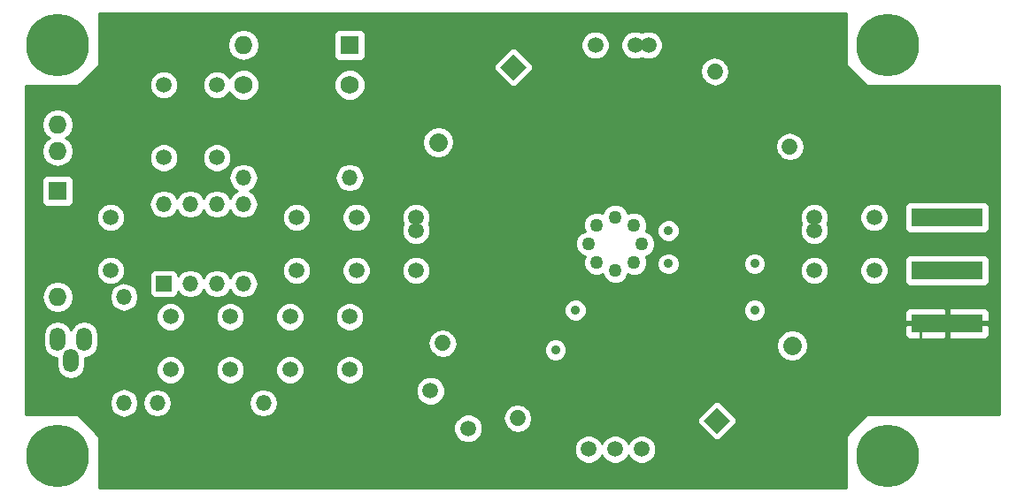
<source format=gtl>
G04 (created by PCBNEW (22-Jun-2014 BZR 4027)-stable) date Wed 13 Dec 2017 11:48:00 PM CST*
%MOIN*%
G04 Gerber Fmt 3.4, Leading zero omitted, Abs format*
%FSLAX34Y34*%
G01*
G70*
G90*
G04 APERTURE LIST*
%ADD10C,0.00590551*%
%ADD11O,0.059X0.0885*%
%ADD12O,0.059X0.059*%
%ADD13C,0.059*%
%ADD14R,0.069X0.069*%
%ADD15O,0.069X0.069*%
%ADD16C,0.069*%
%ADD17C,0.059*%
%ADD18C,0.05*%
%ADD19R,0.059X0.059*%
%ADD20R,0.269X0.069*%
%ADD21C,0.23622*%
%ADD22O,0.032X0.032*%
%ADD23C,0.032*%
%ADD24C,0.069*%
%ADD25C,0.035*%
%ADD26C,0.01*%
G04 APERTURE END LIST*
G54D10*
G54D11*
X81500Y-55602D03*
X81000Y-56397D03*
X80500Y-55602D03*
G54D12*
X83000Y-54000D03*
X83000Y-58000D03*
X88250Y-58000D03*
X84250Y-58000D03*
G54D13*
X95000Y-55750D02*
X95000Y-55750D01*
X97828Y-58578D02*
X97828Y-58578D01*
X105250Y-45500D02*
X105250Y-45500D01*
X108078Y-48328D02*
X108078Y-48328D01*
G54D12*
X87500Y-49500D03*
X91500Y-49500D03*
G54D14*
X80500Y-50000D03*
G54D15*
X80500Y-54000D03*
G54D10*
G36*
X105335Y-58176D02*
X105823Y-58664D01*
X105335Y-59152D01*
X104847Y-58664D01*
X105335Y-58176D01*
X105335Y-58176D01*
G37*
G54D16*
X108164Y-55835D02*
X108164Y-55835D01*
G54D10*
G36*
X97664Y-45823D02*
X97176Y-45335D01*
X97664Y-44847D01*
X98152Y-45335D01*
X97664Y-45823D01*
X97664Y-45823D01*
G37*
G54D16*
X94835Y-48164D02*
X94835Y-48164D01*
G54D14*
X91500Y-44500D03*
G54D15*
X87500Y-44500D03*
G54D17*
X87000Y-54750D03*
X87000Y-56750D03*
X91500Y-56750D03*
X91500Y-54750D03*
X82500Y-51000D03*
X82500Y-53000D03*
X111250Y-51000D03*
X111250Y-53000D03*
X84750Y-56750D03*
X84750Y-54750D03*
X84500Y-48750D03*
X86500Y-48750D03*
X95957Y-58957D03*
X94542Y-57542D03*
X89500Y-51000D03*
X89500Y-53000D03*
X91750Y-51000D03*
X91750Y-53000D03*
X89250Y-54750D03*
X89250Y-56750D03*
G54D18*
X101500Y-51000D03*
X102500Y-52000D03*
X102200Y-52700D03*
X102200Y-51300D03*
X101500Y-53000D03*
X100800Y-52700D03*
X100500Y-52000D03*
X100800Y-51300D03*
G54D19*
X84500Y-53500D03*
G54D12*
X85500Y-53500D03*
X86500Y-53500D03*
X87500Y-53500D03*
X87500Y-50500D03*
X86500Y-50500D03*
X84500Y-50500D03*
X85500Y-50500D03*
G54D20*
X114000Y-51000D03*
X114000Y-53000D03*
G54D15*
X80500Y-47500D03*
X80500Y-48500D03*
G54D21*
X80500Y-44500D03*
X111750Y-44500D03*
X111750Y-60000D03*
X80500Y-60000D03*
G54D22*
X100250Y-43500D03*
X101750Y-61000D03*
X79500Y-50000D03*
X80250Y-46250D03*
X81000Y-46250D03*
X79500Y-46250D03*
X82250Y-43500D03*
X82250Y-44250D03*
X82250Y-45000D03*
X81750Y-46250D03*
X82250Y-45750D03*
X110000Y-43500D03*
X110000Y-44250D03*
X110000Y-45000D03*
X110000Y-45750D03*
X111250Y-46250D03*
X110500Y-46250D03*
X115750Y-46250D03*
X115000Y-46250D03*
X114250Y-46250D03*
X113500Y-46250D03*
X112750Y-46250D03*
X112000Y-46250D03*
X115750Y-58250D03*
X115000Y-58250D03*
X114250Y-58250D03*
X113500Y-58250D03*
X112750Y-58250D03*
X112000Y-58250D03*
X111250Y-58250D03*
X110000Y-61000D03*
X110000Y-60250D03*
X110000Y-59500D03*
X110000Y-58750D03*
X110500Y-58250D03*
X79500Y-58250D03*
X80250Y-58250D03*
X81000Y-58250D03*
X81750Y-58250D03*
X82250Y-61000D03*
X82250Y-60250D03*
X82250Y-59500D03*
X82250Y-58750D03*
X79500Y-57500D03*
X79500Y-56750D03*
X79500Y-56000D03*
X79500Y-55250D03*
X79500Y-54500D03*
X79500Y-53750D03*
X79500Y-47000D03*
X79500Y-47750D03*
X79500Y-48500D03*
X79500Y-49250D03*
X79500Y-50750D03*
X79500Y-51500D03*
X79500Y-53000D03*
X79500Y-52250D03*
X115750Y-47000D03*
X115750Y-47750D03*
X115750Y-48500D03*
X115750Y-49250D03*
X115750Y-50000D03*
X115750Y-50750D03*
X115750Y-51500D03*
X115750Y-52250D03*
X115750Y-53000D03*
X115750Y-53750D03*
X115750Y-54500D03*
X115750Y-55250D03*
X115750Y-56000D03*
X115750Y-56750D03*
X115750Y-57500D03*
X109250Y-43500D03*
X108500Y-43500D03*
X107750Y-43500D03*
X107000Y-43500D03*
X106250Y-43500D03*
X105500Y-43500D03*
X104750Y-43500D03*
X104000Y-43500D03*
X103250Y-43500D03*
X102500Y-43500D03*
X101750Y-43500D03*
X101000Y-43500D03*
X99500Y-43500D03*
X98750Y-43500D03*
X98000Y-43500D03*
X97250Y-43500D03*
X96500Y-43500D03*
X95750Y-43500D03*
X95000Y-43500D03*
X94250Y-43500D03*
X93500Y-43500D03*
X92750Y-43500D03*
X92000Y-43500D03*
X91250Y-43500D03*
X90500Y-43500D03*
X89750Y-43500D03*
X89000Y-43500D03*
X88250Y-43500D03*
X87500Y-43500D03*
X86750Y-43500D03*
X86000Y-43500D03*
X85250Y-43500D03*
X84500Y-43500D03*
X83750Y-43500D03*
X83000Y-43500D03*
X83750Y-61000D03*
X83000Y-61000D03*
X84500Y-61000D03*
X85250Y-61000D03*
X86000Y-61000D03*
X86750Y-61000D03*
X87500Y-61000D03*
X88250Y-61000D03*
X89000Y-61000D03*
X89750Y-61000D03*
X90500Y-61000D03*
X91250Y-61000D03*
X92000Y-61000D03*
X92750Y-61000D03*
X93500Y-61000D03*
X94250Y-61000D03*
X95000Y-61000D03*
X95750Y-61000D03*
X96500Y-61000D03*
X97250Y-61000D03*
X98000Y-61000D03*
X98750Y-61000D03*
X99500Y-61000D03*
X100250Y-61000D03*
X101000Y-61000D03*
X102500Y-61000D03*
X103250Y-61000D03*
X104000Y-61000D03*
X104750Y-61000D03*
X105500Y-61000D03*
X106250Y-61000D03*
X107000Y-61000D03*
X107750Y-61000D03*
X108500Y-61000D03*
G54D20*
X114000Y-55000D03*
G54D23*
X113000Y-56250D03*
G54D22*
X109250Y-61000D03*
G54D24*
X87500Y-46000D03*
X91500Y-46000D03*
G54D17*
X86500Y-46000D03*
X84500Y-46000D03*
X102500Y-59750D03*
X100500Y-59750D03*
X101500Y-59750D03*
X102750Y-44500D03*
X100750Y-44500D03*
X102250Y-44500D03*
X109000Y-51000D03*
X109000Y-53000D03*
X109000Y-51500D03*
X94000Y-51000D03*
X94000Y-53000D03*
X94000Y-51500D03*
G54D25*
X103500Y-51500D03*
X103500Y-52750D03*
X99250Y-56000D03*
X100000Y-54500D03*
X106750Y-52750D03*
X106750Y-54500D03*
G54D26*
X113000Y-55000D02*
X113000Y-56250D01*
X100750Y-52750D02*
X100800Y-52700D01*
G54D10*
G36*
X115950Y-58450D02*
X115595Y-58450D01*
X115595Y-55394D01*
X115595Y-54605D01*
X115595Y-53295D01*
X115595Y-52605D01*
X115595Y-51295D01*
X115595Y-50605D01*
X115557Y-50513D01*
X115486Y-50443D01*
X115394Y-50405D01*
X115295Y-50404D01*
X112605Y-50404D01*
X112513Y-50442D01*
X112443Y-50513D01*
X112405Y-50605D01*
X112404Y-50704D01*
X112404Y-51394D01*
X112442Y-51486D01*
X112513Y-51556D01*
X112605Y-51594D01*
X112704Y-51595D01*
X115394Y-51595D01*
X115486Y-51557D01*
X115556Y-51486D01*
X115594Y-51394D01*
X115595Y-51295D01*
X115595Y-52605D01*
X115557Y-52513D01*
X115486Y-52443D01*
X115394Y-52405D01*
X115295Y-52404D01*
X112605Y-52404D01*
X112513Y-52442D01*
X112443Y-52513D01*
X112405Y-52605D01*
X112404Y-52704D01*
X112404Y-53394D01*
X112442Y-53486D01*
X112513Y-53556D01*
X112605Y-53594D01*
X112704Y-53595D01*
X115394Y-53595D01*
X115486Y-53557D01*
X115556Y-53486D01*
X115594Y-53394D01*
X115595Y-53295D01*
X115595Y-54605D01*
X115557Y-54513D01*
X115486Y-54443D01*
X115394Y-54405D01*
X115295Y-54404D01*
X114112Y-54405D01*
X114050Y-54467D01*
X114050Y-54950D01*
X115532Y-54950D01*
X115595Y-54887D01*
X115595Y-54605D01*
X115595Y-55394D01*
X115595Y-55112D01*
X115532Y-55050D01*
X114050Y-55050D01*
X114050Y-55532D01*
X114112Y-55595D01*
X115295Y-55595D01*
X115394Y-55594D01*
X115486Y-55556D01*
X115557Y-55486D01*
X115595Y-55394D01*
X115595Y-58450D01*
X113950Y-58450D01*
X113950Y-55532D01*
X113950Y-55050D01*
X113950Y-54950D01*
X113950Y-54467D01*
X113887Y-54405D01*
X112704Y-54404D01*
X112605Y-54405D01*
X112513Y-54443D01*
X112442Y-54513D01*
X112404Y-54605D01*
X112405Y-54887D01*
X112467Y-54950D01*
X113950Y-54950D01*
X113950Y-55050D01*
X112467Y-55050D01*
X112405Y-55112D01*
X112404Y-55394D01*
X112442Y-55486D01*
X112513Y-55556D01*
X112605Y-55594D01*
X112704Y-55595D01*
X113887Y-55595D01*
X113950Y-55532D01*
X113950Y-58450D01*
X111795Y-58450D01*
X111795Y-52892D01*
X111795Y-50892D01*
X111712Y-50691D01*
X111559Y-50538D01*
X111358Y-50455D01*
X111142Y-50454D01*
X110941Y-50537D01*
X110788Y-50690D01*
X110705Y-50891D01*
X110704Y-51107D01*
X110787Y-51308D01*
X110940Y-51461D01*
X111141Y-51544D01*
X111357Y-51545D01*
X111558Y-51462D01*
X111711Y-51309D01*
X111794Y-51108D01*
X111795Y-50892D01*
X111795Y-52892D01*
X111712Y-52691D01*
X111559Y-52538D01*
X111358Y-52455D01*
X111142Y-52454D01*
X110941Y-52537D01*
X110788Y-52690D01*
X110705Y-52891D01*
X110704Y-53107D01*
X110787Y-53308D01*
X110940Y-53461D01*
X111141Y-53544D01*
X111357Y-53545D01*
X111558Y-53462D01*
X111711Y-53309D01*
X111794Y-53108D01*
X111795Y-52892D01*
X111795Y-58450D01*
X110979Y-58450D01*
X110200Y-59229D01*
X110200Y-61200D01*
X109545Y-61200D01*
X109545Y-52892D01*
X109545Y-51392D01*
X109486Y-51249D01*
X109544Y-51108D01*
X109545Y-50892D01*
X109462Y-50691D01*
X109309Y-50538D01*
X109108Y-50455D01*
X108892Y-50454D01*
X108691Y-50537D01*
X108630Y-50598D01*
X108630Y-48335D01*
X108589Y-48127D01*
X108471Y-47950D01*
X108456Y-47935D01*
X108279Y-47817D01*
X108070Y-47775D01*
X107862Y-47817D01*
X107685Y-47935D01*
X107567Y-48112D01*
X107525Y-48320D01*
X107567Y-48529D01*
X107685Y-48706D01*
X107700Y-48721D01*
X107877Y-48839D01*
X108085Y-48880D01*
X108294Y-48839D01*
X108471Y-48721D01*
X108589Y-48544D01*
X108630Y-48335D01*
X108630Y-50598D01*
X108538Y-50690D01*
X108455Y-50891D01*
X108454Y-51107D01*
X108513Y-51250D01*
X108455Y-51391D01*
X108454Y-51607D01*
X108537Y-51808D01*
X108690Y-51961D01*
X108891Y-52044D01*
X109107Y-52045D01*
X109308Y-51962D01*
X109461Y-51809D01*
X109544Y-51608D01*
X109545Y-51392D01*
X109545Y-52892D01*
X109462Y-52691D01*
X109309Y-52538D01*
X109108Y-52455D01*
X108892Y-52454D01*
X108691Y-52537D01*
X108538Y-52690D01*
X108455Y-52891D01*
X108454Y-53107D01*
X108537Y-53308D01*
X108690Y-53461D01*
X108891Y-53544D01*
X109107Y-53545D01*
X109308Y-53462D01*
X109461Y-53309D01*
X109544Y-53108D01*
X109545Y-52892D01*
X109545Y-61200D01*
X108767Y-61200D01*
X108767Y-55827D01*
X108722Y-55599D01*
X108593Y-55406D01*
X108400Y-55277D01*
X108172Y-55232D01*
X107944Y-55277D01*
X107751Y-55406D01*
X107735Y-55423D01*
X107606Y-55616D01*
X107560Y-55844D01*
X107606Y-56071D01*
X107735Y-56264D01*
X107928Y-56393D01*
X108155Y-56439D01*
X108383Y-56393D01*
X108576Y-56264D01*
X108593Y-56248D01*
X108722Y-56055D01*
X108767Y-55827D01*
X108767Y-61200D01*
X107175Y-61200D01*
X107175Y-54415D01*
X107175Y-52665D01*
X107110Y-52509D01*
X106991Y-52389D01*
X106834Y-52325D01*
X106665Y-52324D01*
X106509Y-52389D01*
X106389Y-52508D01*
X106325Y-52665D01*
X106324Y-52834D01*
X106389Y-52990D01*
X106508Y-53110D01*
X106665Y-53174D01*
X106834Y-53175D01*
X106990Y-53110D01*
X107110Y-52991D01*
X107174Y-52834D01*
X107175Y-52665D01*
X107175Y-54415D01*
X107110Y-54259D01*
X106991Y-54139D01*
X106834Y-54075D01*
X106665Y-54074D01*
X106509Y-54139D01*
X106389Y-54258D01*
X106325Y-54415D01*
X106324Y-54584D01*
X106389Y-54740D01*
X106508Y-54860D01*
X106665Y-54924D01*
X106834Y-54925D01*
X106990Y-54860D01*
X107110Y-54741D01*
X107174Y-54584D01*
X107175Y-54415D01*
X107175Y-61200D01*
X106073Y-61200D01*
X106073Y-58614D01*
X106035Y-58522D01*
X105965Y-58452D01*
X105802Y-58289D01*
X105802Y-45507D01*
X105761Y-45298D01*
X105642Y-45122D01*
X105627Y-45107D01*
X105451Y-44988D01*
X105242Y-44947D01*
X105033Y-44988D01*
X104857Y-45107D01*
X104738Y-45283D01*
X104697Y-45492D01*
X104738Y-45701D01*
X104857Y-45877D01*
X104872Y-45892D01*
X105048Y-46011D01*
X105257Y-46052D01*
X105466Y-46011D01*
X105642Y-45892D01*
X105761Y-45716D01*
X105802Y-45507D01*
X105802Y-58289D01*
X105477Y-57964D01*
X105385Y-57926D01*
X105286Y-57926D01*
X105194Y-57964D01*
X105123Y-58034D01*
X104636Y-58522D01*
X104597Y-58614D01*
X104597Y-58713D01*
X104635Y-58805D01*
X104706Y-58876D01*
X105193Y-59363D01*
X105285Y-59402D01*
X105385Y-59402D01*
X105477Y-59364D01*
X105547Y-59293D01*
X106035Y-58806D01*
X106073Y-58714D01*
X106073Y-58614D01*
X106073Y-61200D01*
X103925Y-61200D01*
X103925Y-52665D01*
X103925Y-51415D01*
X103860Y-51259D01*
X103741Y-51139D01*
X103584Y-51075D01*
X103415Y-51074D01*
X103295Y-51124D01*
X103295Y-44392D01*
X103212Y-44191D01*
X103059Y-44038D01*
X102858Y-43955D01*
X102642Y-43954D01*
X102499Y-44013D01*
X102358Y-43955D01*
X102142Y-43954D01*
X101941Y-44037D01*
X101788Y-44190D01*
X101705Y-44391D01*
X101704Y-44607D01*
X101787Y-44808D01*
X101940Y-44961D01*
X102141Y-45044D01*
X102357Y-45045D01*
X102500Y-44986D01*
X102641Y-45044D01*
X102857Y-45045D01*
X103058Y-44962D01*
X103211Y-44809D01*
X103294Y-44608D01*
X103295Y-44392D01*
X103295Y-51124D01*
X103259Y-51139D01*
X103139Y-51258D01*
X103075Y-51415D01*
X103074Y-51584D01*
X103139Y-51740D01*
X103258Y-51860D01*
X103415Y-51924D01*
X103584Y-51925D01*
X103740Y-51860D01*
X103860Y-51741D01*
X103924Y-51584D01*
X103925Y-51415D01*
X103925Y-52665D01*
X103860Y-52509D01*
X103741Y-52389D01*
X103584Y-52325D01*
X103415Y-52324D01*
X103259Y-52389D01*
X103139Y-52508D01*
X103075Y-52665D01*
X103074Y-52834D01*
X103139Y-52990D01*
X103258Y-53110D01*
X103415Y-53174D01*
X103584Y-53175D01*
X103740Y-53110D01*
X103860Y-52991D01*
X103924Y-52834D01*
X103925Y-52665D01*
X103925Y-61200D01*
X103045Y-61200D01*
X103045Y-59642D01*
X103000Y-59533D01*
X103000Y-51900D01*
X102924Y-51717D01*
X102783Y-51576D01*
X102649Y-51520D01*
X102699Y-51399D01*
X102700Y-51200D01*
X102624Y-51017D01*
X102483Y-50876D01*
X102299Y-50800D01*
X102100Y-50799D01*
X101979Y-50850D01*
X101924Y-50717D01*
X101783Y-50576D01*
X101599Y-50500D01*
X101400Y-50499D01*
X101295Y-50543D01*
X101295Y-44392D01*
X101212Y-44191D01*
X101059Y-44038D01*
X100858Y-43955D01*
X100642Y-43954D01*
X100441Y-44037D01*
X100288Y-44190D01*
X100205Y-44391D01*
X100204Y-44607D01*
X100287Y-44808D01*
X100440Y-44961D01*
X100641Y-45044D01*
X100857Y-45045D01*
X101058Y-44962D01*
X101211Y-44809D01*
X101294Y-44608D01*
X101295Y-44392D01*
X101295Y-50543D01*
X101217Y-50575D01*
X101076Y-50716D01*
X101020Y-50850D01*
X100899Y-50800D01*
X100700Y-50799D01*
X100517Y-50875D01*
X100376Y-51016D01*
X100300Y-51200D01*
X100299Y-51399D01*
X100350Y-51520D01*
X100217Y-51575D01*
X100076Y-51716D01*
X100000Y-51900D01*
X99999Y-52099D01*
X100075Y-52282D01*
X100216Y-52423D01*
X100350Y-52479D01*
X100300Y-52600D01*
X100299Y-52799D01*
X100375Y-52982D01*
X100516Y-53123D01*
X100700Y-53199D01*
X100899Y-53200D01*
X101020Y-53149D01*
X101075Y-53282D01*
X101216Y-53423D01*
X101400Y-53499D01*
X101599Y-53500D01*
X101782Y-53424D01*
X101923Y-53283D01*
X101979Y-53149D01*
X102100Y-53199D01*
X102299Y-53200D01*
X102482Y-53124D01*
X102623Y-52983D01*
X102699Y-52799D01*
X102700Y-52600D01*
X102649Y-52479D01*
X102782Y-52424D01*
X102923Y-52283D01*
X102999Y-52099D01*
X103000Y-51900D01*
X103000Y-59533D01*
X102962Y-59441D01*
X102809Y-59288D01*
X102608Y-59205D01*
X102392Y-59204D01*
X102191Y-59287D01*
X102038Y-59440D01*
X102000Y-59532D01*
X101962Y-59441D01*
X101809Y-59288D01*
X101608Y-59205D01*
X101392Y-59204D01*
X101191Y-59287D01*
X101038Y-59440D01*
X101000Y-59532D01*
X100962Y-59441D01*
X100809Y-59288D01*
X100608Y-59205D01*
X100425Y-59204D01*
X100425Y-54415D01*
X100360Y-54259D01*
X100241Y-54139D01*
X100084Y-54075D01*
X99915Y-54074D01*
X99759Y-54139D01*
X99639Y-54258D01*
X99575Y-54415D01*
X99574Y-54584D01*
X99639Y-54740D01*
X99758Y-54860D01*
X99915Y-54924D01*
X100084Y-54925D01*
X100240Y-54860D01*
X100360Y-54741D01*
X100424Y-54584D01*
X100425Y-54415D01*
X100425Y-59204D01*
X100392Y-59204D01*
X100191Y-59287D01*
X100038Y-59440D01*
X99955Y-59641D01*
X99954Y-59857D01*
X100037Y-60058D01*
X100190Y-60211D01*
X100391Y-60294D01*
X100607Y-60295D01*
X100808Y-60212D01*
X100961Y-60059D01*
X100999Y-59967D01*
X101037Y-60058D01*
X101190Y-60211D01*
X101391Y-60294D01*
X101607Y-60295D01*
X101808Y-60212D01*
X101961Y-60059D01*
X101999Y-59967D01*
X102037Y-60058D01*
X102190Y-60211D01*
X102391Y-60294D01*
X102607Y-60295D01*
X102808Y-60212D01*
X102961Y-60059D01*
X103044Y-59858D01*
X103045Y-59642D01*
X103045Y-61200D01*
X99675Y-61200D01*
X99675Y-55915D01*
X99610Y-55759D01*
X99491Y-55639D01*
X99334Y-55575D01*
X99165Y-55574D01*
X99009Y-55639D01*
X98889Y-55758D01*
X98825Y-55915D01*
X98824Y-56084D01*
X98889Y-56240D01*
X99008Y-56360D01*
X99165Y-56424D01*
X99334Y-56425D01*
X99490Y-56360D01*
X99610Y-56241D01*
X99674Y-56084D01*
X99675Y-55915D01*
X99675Y-61200D01*
X98402Y-61200D01*
X98402Y-45286D01*
X98364Y-45194D01*
X98293Y-45123D01*
X97806Y-44636D01*
X97714Y-44597D01*
X97614Y-44597D01*
X97522Y-44635D01*
X97452Y-44706D01*
X96964Y-45193D01*
X96926Y-45285D01*
X96926Y-45385D01*
X96964Y-45477D01*
X97034Y-45547D01*
X97522Y-46035D01*
X97614Y-46073D01*
X97713Y-46073D01*
X97805Y-46035D01*
X97876Y-45965D01*
X98363Y-45477D01*
X98402Y-45385D01*
X98402Y-45286D01*
X98402Y-61200D01*
X98380Y-61200D01*
X98380Y-58585D01*
X98339Y-58377D01*
X98221Y-58200D01*
X98206Y-58185D01*
X98029Y-58067D01*
X97820Y-58025D01*
X97612Y-58067D01*
X97435Y-58185D01*
X97317Y-58362D01*
X97275Y-58570D01*
X97317Y-58779D01*
X97435Y-58956D01*
X97450Y-58971D01*
X97627Y-59089D01*
X97835Y-59130D01*
X98044Y-59089D01*
X98221Y-58971D01*
X98339Y-58794D01*
X98380Y-58585D01*
X98380Y-61200D01*
X96502Y-61200D01*
X96502Y-58849D01*
X96419Y-58648D01*
X96266Y-58495D01*
X96065Y-58412D01*
X95849Y-58412D01*
X95648Y-58494D01*
X95552Y-58590D01*
X95552Y-55757D01*
X95511Y-55548D01*
X95439Y-55441D01*
X95439Y-48155D01*
X95393Y-47928D01*
X95264Y-47735D01*
X95071Y-47606D01*
X94844Y-47560D01*
X94616Y-47606D01*
X94423Y-47735D01*
X94406Y-47751D01*
X94277Y-47944D01*
X94232Y-48172D01*
X94277Y-48400D01*
X94406Y-48593D01*
X94599Y-48722D01*
X94827Y-48767D01*
X95055Y-48722D01*
X95248Y-48593D01*
X95264Y-48576D01*
X95393Y-48383D01*
X95439Y-48155D01*
X95439Y-55441D01*
X95392Y-55372D01*
X95377Y-55357D01*
X95201Y-55238D01*
X94992Y-55197D01*
X94783Y-55238D01*
X94607Y-55357D01*
X94545Y-55449D01*
X94545Y-52892D01*
X94545Y-51392D01*
X94486Y-51249D01*
X94544Y-51108D01*
X94545Y-50892D01*
X94462Y-50691D01*
X94309Y-50538D01*
X94108Y-50455D01*
X93892Y-50454D01*
X93691Y-50537D01*
X93538Y-50690D01*
X93455Y-50891D01*
X93454Y-51107D01*
X93513Y-51250D01*
X93455Y-51391D01*
X93454Y-51607D01*
X93537Y-51808D01*
X93690Y-51961D01*
X93891Y-52044D01*
X94107Y-52045D01*
X94308Y-51962D01*
X94461Y-51809D01*
X94544Y-51608D01*
X94545Y-51392D01*
X94545Y-52892D01*
X94462Y-52691D01*
X94309Y-52538D01*
X94108Y-52455D01*
X93892Y-52454D01*
X93691Y-52537D01*
X93538Y-52690D01*
X93455Y-52891D01*
X93454Y-53107D01*
X93537Y-53308D01*
X93690Y-53461D01*
X93891Y-53544D01*
X94107Y-53545D01*
X94308Y-53462D01*
X94461Y-53309D01*
X94544Y-53108D01*
X94545Y-52892D01*
X94545Y-55449D01*
X94488Y-55533D01*
X94447Y-55742D01*
X94488Y-55951D01*
X94607Y-56127D01*
X94622Y-56142D01*
X94798Y-56261D01*
X95007Y-56302D01*
X95216Y-56261D01*
X95392Y-56142D01*
X95511Y-55966D01*
X95552Y-55757D01*
X95552Y-58590D01*
X95495Y-58647D01*
X95412Y-58848D01*
X95412Y-59065D01*
X95494Y-59265D01*
X95647Y-59418D01*
X95848Y-59502D01*
X96065Y-59502D01*
X96265Y-59419D01*
X96418Y-59266D01*
X96502Y-59065D01*
X96502Y-58849D01*
X96502Y-61200D01*
X95087Y-61200D01*
X95087Y-57434D01*
X95005Y-57234D01*
X94852Y-57081D01*
X94651Y-56997D01*
X94434Y-56997D01*
X94234Y-57080D01*
X94081Y-57233D01*
X93997Y-57434D01*
X93997Y-57650D01*
X94080Y-57851D01*
X94233Y-58004D01*
X94434Y-58087D01*
X94650Y-58087D01*
X94851Y-58005D01*
X95004Y-57852D01*
X95087Y-57651D01*
X95087Y-57434D01*
X95087Y-61200D01*
X92295Y-61200D01*
X92295Y-52892D01*
X92295Y-50892D01*
X92212Y-50691D01*
X92095Y-50574D01*
X92095Y-45882D01*
X92095Y-45882D01*
X92095Y-44795D01*
X92095Y-44105D01*
X92057Y-44013D01*
X91986Y-43943D01*
X91894Y-43905D01*
X91795Y-43904D01*
X91105Y-43904D01*
X91013Y-43942D01*
X90943Y-44013D01*
X90905Y-44105D01*
X90904Y-44204D01*
X90904Y-44894D01*
X90942Y-44986D01*
X91013Y-45056D01*
X91105Y-45094D01*
X91204Y-45095D01*
X91894Y-45095D01*
X91986Y-45057D01*
X92056Y-44986D01*
X92094Y-44894D01*
X92095Y-44795D01*
X92095Y-45882D01*
X92004Y-45663D01*
X91837Y-45495D01*
X91618Y-45405D01*
X91382Y-45404D01*
X91163Y-45495D01*
X90995Y-45662D01*
X90905Y-45881D01*
X90904Y-46117D01*
X90995Y-46336D01*
X91162Y-46504D01*
X91381Y-46594D01*
X91617Y-46595D01*
X91836Y-46504D01*
X92004Y-46337D01*
X92094Y-46118D01*
X92095Y-45882D01*
X92095Y-50574D01*
X92059Y-50538D01*
X92055Y-50536D01*
X92055Y-49500D01*
X92014Y-49291D01*
X91896Y-49114D01*
X91719Y-48996D01*
X91510Y-48955D01*
X91489Y-48955D01*
X91280Y-48996D01*
X91103Y-49114D01*
X90985Y-49291D01*
X90944Y-49500D01*
X90985Y-49708D01*
X91103Y-49885D01*
X91280Y-50003D01*
X91489Y-50045D01*
X91510Y-50045D01*
X91719Y-50003D01*
X91896Y-49885D01*
X92014Y-49708D01*
X92055Y-49500D01*
X92055Y-50536D01*
X91858Y-50455D01*
X91642Y-50454D01*
X91441Y-50537D01*
X91288Y-50690D01*
X91205Y-50891D01*
X91204Y-51107D01*
X91287Y-51308D01*
X91440Y-51461D01*
X91641Y-51544D01*
X91857Y-51545D01*
X92058Y-51462D01*
X92211Y-51309D01*
X92294Y-51108D01*
X92295Y-50892D01*
X92295Y-52892D01*
X92212Y-52691D01*
X92059Y-52538D01*
X91858Y-52455D01*
X91642Y-52454D01*
X91441Y-52537D01*
X91288Y-52690D01*
X91205Y-52891D01*
X91204Y-53107D01*
X91287Y-53308D01*
X91440Y-53461D01*
X91641Y-53544D01*
X91857Y-53545D01*
X92058Y-53462D01*
X92211Y-53309D01*
X92294Y-53108D01*
X92295Y-52892D01*
X92295Y-61200D01*
X92045Y-61200D01*
X92045Y-56642D01*
X92045Y-54642D01*
X91962Y-54441D01*
X91809Y-54288D01*
X91608Y-54205D01*
X91392Y-54204D01*
X91191Y-54287D01*
X91038Y-54440D01*
X90955Y-54641D01*
X90954Y-54857D01*
X91037Y-55058D01*
X91190Y-55211D01*
X91391Y-55294D01*
X91607Y-55295D01*
X91808Y-55212D01*
X91961Y-55059D01*
X92044Y-54858D01*
X92045Y-54642D01*
X92045Y-56642D01*
X91962Y-56441D01*
X91809Y-56288D01*
X91608Y-56205D01*
X91392Y-56204D01*
X91191Y-56287D01*
X91038Y-56440D01*
X90955Y-56641D01*
X90954Y-56857D01*
X91037Y-57058D01*
X91190Y-57211D01*
X91391Y-57294D01*
X91607Y-57295D01*
X91808Y-57212D01*
X91961Y-57059D01*
X92044Y-56858D01*
X92045Y-56642D01*
X92045Y-61200D01*
X90045Y-61200D01*
X90045Y-52892D01*
X90045Y-50892D01*
X89962Y-50691D01*
X89809Y-50538D01*
X89608Y-50455D01*
X89392Y-50454D01*
X89191Y-50537D01*
X89038Y-50690D01*
X88955Y-50891D01*
X88954Y-51107D01*
X89037Y-51308D01*
X89190Y-51461D01*
X89391Y-51544D01*
X89607Y-51545D01*
X89808Y-51462D01*
X89961Y-51309D01*
X90044Y-51108D01*
X90045Y-50892D01*
X90045Y-52892D01*
X89962Y-52691D01*
X89809Y-52538D01*
X89608Y-52455D01*
X89392Y-52454D01*
X89191Y-52537D01*
X89038Y-52690D01*
X88955Y-52891D01*
X88954Y-53107D01*
X89037Y-53308D01*
X89190Y-53461D01*
X89391Y-53544D01*
X89607Y-53545D01*
X89808Y-53462D01*
X89961Y-53309D01*
X90044Y-53108D01*
X90045Y-52892D01*
X90045Y-61200D01*
X89795Y-61200D01*
X89795Y-56642D01*
X89795Y-54642D01*
X89712Y-54441D01*
X89559Y-54288D01*
X89358Y-54205D01*
X89142Y-54204D01*
X88941Y-54287D01*
X88788Y-54440D01*
X88705Y-54641D01*
X88704Y-54857D01*
X88787Y-55058D01*
X88940Y-55211D01*
X89141Y-55294D01*
X89357Y-55295D01*
X89558Y-55212D01*
X89711Y-55059D01*
X89794Y-54858D01*
X89795Y-54642D01*
X89795Y-56642D01*
X89712Y-56441D01*
X89559Y-56288D01*
X89358Y-56205D01*
X89142Y-56204D01*
X88941Y-56287D01*
X88788Y-56440D01*
X88705Y-56641D01*
X88704Y-56857D01*
X88787Y-57058D01*
X88940Y-57211D01*
X89141Y-57294D01*
X89357Y-57295D01*
X89558Y-57212D01*
X89711Y-57059D01*
X89794Y-56858D01*
X89795Y-56642D01*
X89795Y-61200D01*
X88805Y-61200D01*
X88805Y-58000D01*
X88764Y-57791D01*
X88646Y-57614D01*
X88469Y-57496D01*
X88260Y-57455D01*
X88239Y-57455D01*
X88106Y-57481D01*
X88106Y-44500D01*
X88061Y-44272D01*
X87932Y-44079D01*
X87739Y-43950D01*
X87511Y-43905D01*
X87488Y-43905D01*
X87260Y-43950D01*
X87067Y-44079D01*
X86938Y-44272D01*
X86893Y-44500D01*
X86938Y-44727D01*
X87067Y-44920D01*
X87260Y-45049D01*
X87488Y-45095D01*
X87511Y-45095D01*
X87739Y-45049D01*
X87932Y-44920D01*
X88061Y-44727D01*
X88106Y-44500D01*
X88106Y-57481D01*
X88095Y-57483D01*
X88095Y-45882D01*
X88004Y-45663D01*
X87837Y-45495D01*
X87618Y-45405D01*
X87382Y-45404D01*
X87163Y-45495D01*
X86995Y-45662D01*
X86973Y-45717D01*
X86962Y-45691D01*
X86809Y-45538D01*
X86608Y-45455D01*
X86392Y-45454D01*
X86191Y-45537D01*
X86038Y-45690D01*
X85955Y-45891D01*
X85954Y-46107D01*
X86037Y-46308D01*
X86190Y-46461D01*
X86391Y-46544D01*
X86607Y-46545D01*
X86808Y-46462D01*
X86961Y-46309D01*
X86972Y-46282D01*
X86995Y-46336D01*
X87162Y-46504D01*
X87381Y-46594D01*
X87617Y-46595D01*
X87836Y-46504D01*
X88004Y-46337D01*
X88094Y-46118D01*
X88095Y-45882D01*
X88095Y-57483D01*
X88055Y-57491D01*
X88055Y-53500D01*
X88055Y-50500D01*
X88014Y-50291D01*
X87896Y-50114D01*
X87724Y-50000D01*
X87896Y-49885D01*
X88014Y-49708D01*
X88055Y-49500D01*
X88014Y-49291D01*
X87896Y-49114D01*
X87719Y-48996D01*
X87510Y-48955D01*
X87489Y-48955D01*
X87280Y-48996D01*
X87103Y-49114D01*
X87045Y-49202D01*
X87045Y-48642D01*
X86962Y-48441D01*
X86809Y-48288D01*
X86608Y-48205D01*
X86392Y-48204D01*
X86191Y-48287D01*
X86038Y-48440D01*
X85955Y-48641D01*
X85954Y-48857D01*
X86037Y-49058D01*
X86190Y-49211D01*
X86391Y-49294D01*
X86607Y-49295D01*
X86808Y-49212D01*
X86961Y-49059D01*
X87044Y-48858D01*
X87045Y-48642D01*
X87045Y-49202D01*
X86985Y-49291D01*
X86944Y-49500D01*
X86985Y-49708D01*
X87103Y-49885D01*
X87275Y-50000D01*
X87103Y-50114D01*
X87000Y-50270D01*
X86896Y-50114D01*
X86719Y-49996D01*
X86510Y-49955D01*
X86489Y-49955D01*
X86280Y-49996D01*
X86103Y-50114D01*
X86000Y-50270D01*
X85896Y-50114D01*
X85719Y-49996D01*
X85510Y-49955D01*
X85489Y-49955D01*
X85280Y-49996D01*
X85103Y-50114D01*
X85045Y-50202D01*
X85045Y-48642D01*
X85045Y-45892D01*
X84962Y-45691D01*
X84809Y-45538D01*
X84608Y-45455D01*
X84392Y-45454D01*
X84191Y-45537D01*
X84038Y-45690D01*
X83955Y-45891D01*
X83954Y-46107D01*
X84037Y-46308D01*
X84190Y-46461D01*
X84391Y-46544D01*
X84607Y-46545D01*
X84808Y-46462D01*
X84961Y-46309D01*
X85044Y-46108D01*
X85045Y-45892D01*
X85045Y-48642D01*
X84962Y-48441D01*
X84809Y-48288D01*
X84608Y-48205D01*
X84392Y-48204D01*
X84191Y-48287D01*
X84038Y-48440D01*
X83955Y-48641D01*
X83954Y-48857D01*
X84037Y-49058D01*
X84190Y-49211D01*
X84391Y-49294D01*
X84607Y-49295D01*
X84808Y-49212D01*
X84961Y-49059D01*
X85044Y-48858D01*
X85045Y-48642D01*
X85045Y-50202D01*
X85000Y-50270D01*
X84896Y-50114D01*
X84719Y-49996D01*
X84510Y-49955D01*
X84489Y-49955D01*
X84280Y-49996D01*
X84103Y-50114D01*
X83985Y-50291D01*
X83944Y-50500D01*
X83985Y-50708D01*
X84103Y-50885D01*
X84280Y-51003D01*
X84489Y-51045D01*
X84510Y-51045D01*
X84719Y-51003D01*
X84896Y-50885D01*
X85000Y-50729D01*
X85103Y-50885D01*
X85280Y-51003D01*
X85489Y-51045D01*
X85510Y-51045D01*
X85719Y-51003D01*
X85896Y-50885D01*
X86000Y-50729D01*
X86103Y-50885D01*
X86280Y-51003D01*
X86489Y-51045D01*
X86510Y-51045D01*
X86719Y-51003D01*
X86896Y-50885D01*
X87000Y-50729D01*
X87103Y-50885D01*
X87280Y-51003D01*
X87489Y-51045D01*
X87510Y-51045D01*
X87719Y-51003D01*
X87896Y-50885D01*
X88014Y-50708D01*
X88055Y-50500D01*
X88055Y-53500D01*
X88014Y-53291D01*
X87896Y-53114D01*
X87719Y-52996D01*
X87510Y-52955D01*
X87489Y-52955D01*
X87280Y-52996D01*
X87103Y-53114D01*
X87000Y-53270D01*
X86896Y-53114D01*
X86719Y-52996D01*
X86510Y-52955D01*
X86489Y-52955D01*
X86280Y-52996D01*
X86103Y-53114D01*
X86000Y-53270D01*
X85896Y-53114D01*
X85719Y-52996D01*
X85510Y-52955D01*
X85489Y-52955D01*
X85280Y-52996D01*
X85103Y-53114D01*
X85045Y-53202D01*
X85045Y-53155D01*
X85007Y-53063D01*
X84936Y-52993D01*
X84844Y-52955D01*
X84745Y-52954D01*
X84155Y-52954D01*
X84063Y-52992D01*
X83993Y-53063D01*
X83955Y-53155D01*
X83954Y-53254D01*
X83954Y-53844D01*
X83992Y-53936D01*
X84063Y-54006D01*
X84155Y-54044D01*
X84254Y-54045D01*
X84844Y-54045D01*
X84936Y-54007D01*
X85006Y-53936D01*
X85044Y-53844D01*
X85044Y-53797D01*
X85103Y-53885D01*
X85280Y-54003D01*
X85489Y-54045D01*
X85510Y-54045D01*
X85719Y-54003D01*
X85896Y-53885D01*
X86000Y-53729D01*
X86103Y-53885D01*
X86280Y-54003D01*
X86489Y-54045D01*
X86510Y-54045D01*
X86719Y-54003D01*
X86896Y-53885D01*
X87000Y-53729D01*
X87103Y-53885D01*
X87280Y-54003D01*
X87489Y-54045D01*
X87510Y-54045D01*
X87719Y-54003D01*
X87896Y-53885D01*
X88014Y-53708D01*
X88055Y-53500D01*
X88055Y-57491D01*
X88030Y-57496D01*
X87853Y-57614D01*
X87735Y-57791D01*
X87694Y-58000D01*
X87735Y-58208D01*
X87853Y-58385D01*
X88030Y-58503D01*
X88239Y-58545D01*
X88260Y-58545D01*
X88469Y-58503D01*
X88646Y-58385D01*
X88764Y-58208D01*
X88805Y-58000D01*
X88805Y-61200D01*
X87545Y-61200D01*
X87545Y-56642D01*
X87545Y-54642D01*
X87462Y-54441D01*
X87309Y-54288D01*
X87108Y-54205D01*
X86892Y-54204D01*
X86691Y-54287D01*
X86538Y-54440D01*
X86455Y-54641D01*
X86454Y-54857D01*
X86537Y-55058D01*
X86690Y-55211D01*
X86891Y-55294D01*
X87107Y-55295D01*
X87308Y-55212D01*
X87461Y-55059D01*
X87544Y-54858D01*
X87545Y-54642D01*
X87545Y-56642D01*
X87462Y-56441D01*
X87309Y-56288D01*
X87108Y-56205D01*
X86892Y-56204D01*
X86691Y-56287D01*
X86538Y-56440D01*
X86455Y-56641D01*
X86454Y-56857D01*
X86537Y-57058D01*
X86690Y-57211D01*
X86891Y-57294D01*
X87107Y-57295D01*
X87308Y-57212D01*
X87461Y-57059D01*
X87544Y-56858D01*
X87545Y-56642D01*
X87545Y-61200D01*
X85295Y-61200D01*
X85295Y-56642D01*
X85295Y-54642D01*
X85212Y-54441D01*
X85059Y-54288D01*
X84858Y-54205D01*
X84642Y-54204D01*
X84441Y-54287D01*
X84288Y-54440D01*
X84205Y-54641D01*
X84204Y-54857D01*
X84287Y-55058D01*
X84440Y-55211D01*
X84641Y-55294D01*
X84857Y-55295D01*
X85058Y-55212D01*
X85211Y-55059D01*
X85294Y-54858D01*
X85295Y-54642D01*
X85295Y-56642D01*
X85212Y-56441D01*
X85059Y-56288D01*
X84858Y-56205D01*
X84642Y-56204D01*
X84441Y-56287D01*
X84288Y-56440D01*
X84205Y-56641D01*
X84204Y-56857D01*
X84287Y-57058D01*
X84440Y-57211D01*
X84641Y-57294D01*
X84857Y-57295D01*
X85058Y-57212D01*
X85211Y-57059D01*
X85294Y-56858D01*
X85295Y-56642D01*
X85295Y-61200D01*
X84805Y-61200D01*
X84805Y-58000D01*
X84764Y-57791D01*
X84646Y-57614D01*
X84469Y-57496D01*
X84260Y-57455D01*
X84239Y-57455D01*
X84030Y-57496D01*
X83853Y-57614D01*
X83735Y-57791D01*
X83694Y-58000D01*
X83735Y-58208D01*
X83853Y-58385D01*
X84030Y-58503D01*
X84239Y-58545D01*
X84260Y-58545D01*
X84469Y-58503D01*
X84646Y-58385D01*
X84764Y-58208D01*
X84805Y-58000D01*
X84805Y-61200D01*
X83545Y-61200D01*
X83545Y-58010D01*
X83545Y-57989D01*
X83545Y-54010D01*
X83545Y-53989D01*
X83503Y-53780D01*
X83385Y-53603D01*
X83208Y-53485D01*
X83045Y-53453D01*
X83045Y-52892D01*
X83045Y-50892D01*
X82962Y-50691D01*
X82809Y-50538D01*
X82608Y-50455D01*
X82392Y-50454D01*
X82191Y-50537D01*
X82038Y-50690D01*
X81955Y-50891D01*
X81954Y-51107D01*
X82037Y-51308D01*
X82190Y-51461D01*
X82391Y-51544D01*
X82607Y-51545D01*
X82808Y-51462D01*
X82961Y-51309D01*
X83044Y-51108D01*
X83045Y-50892D01*
X83045Y-52892D01*
X82962Y-52691D01*
X82809Y-52538D01*
X82608Y-52455D01*
X82392Y-52454D01*
X82191Y-52537D01*
X82038Y-52690D01*
X81955Y-52891D01*
X81954Y-53107D01*
X82037Y-53308D01*
X82190Y-53461D01*
X82391Y-53544D01*
X82607Y-53545D01*
X82808Y-53462D01*
X82961Y-53309D01*
X83044Y-53108D01*
X83045Y-52892D01*
X83045Y-53453D01*
X83000Y-53444D01*
X82791Y-53485D01*
X82614Y-53603D01*
X82496Y-53780D01*
X82455Y-53989D01*
X82455Y-54010D01*
X82496Y-54219D01*
X82614Y-54396D01*
X82791Y-54514D01*
X83000Y-54555D01*
X83208Y-54514D01*
X83385Y-54396D01*
X83503Y-54219D01*
X83545Y-54010D01*
X83545Y-57989D01*
X83503Y-57780D01*
X83385Y-57603D01*
X83208Y-57485D01*
X83000Y-57444D01*
X82791Y-57485D01*
X82614Y-57603D01*
X82496Y-57780D01*
X82455Y-57989D01*
X82455Y-58010D01*
X82496Y-58219D01*
X82614Y-58396D01*
X82791Y-58514D01*
X83000Y-58555D01*
X83208Y-58514D01*
X83385Y-58396D01*
X83503Y-58219D01*
X83545Y-58010D01*
X83545Y-61200D01*
X82050Y-61200D01*
X82050Y-59229D01*
X82045Y-59224D01*
X82045Y-55763D01*
X82045Y-55441D01*
X82003Y-55232D01*
X81885Y-55056D01*
X81708Y-54937D01*
X81500Y-54896D01*
X81291Y-54937D01*
X81114Y-55056D01*
X81106Y-55067D01*
X81106Y-48500D01*
X81061Y-48272D01*
X80932Y-48079D01*
X80813Y-48000D01*
X80932Y-47920D01*
X81061Y-47727D01*
X81106Y-47500D01*
X81061Y-47272D01*
X80932Y-47079D01*
X80739Y-46950D01*
X80511Y-46905D01*
X80488Y-46905D01*
X80260Y-46950D01*
X80067Y-47079D01*
X79938Y-47272D01*
X79893Y-47500D01*
X79938Y-47727D01*
X80067Y-47920D01*
X80186Y-48000D01*
X80067Y-48079D01*
X79938Y-48272D01*
X79893Y-48500D01*
X79938Y-48727D01*
X80067Y-48920D01*
X80260Y-49049D01*
X80488Y-49095D01*
X80511Y-49095D01*
X80739Y-49049D01*
X80932Y-48920D01*
X81061Y-48727D01*
X81106Y-48500D01*
X81106Y-55067D01*
X81095Y-55085D01*
X81095Y-50295D01*
X81095Y-49605D01*
X81057Y-49513D01*
X80986Y-49443D01*
X80894Y-49405D01*
X80795Y-49404D01*
X80105Y-49404D01*
X80013Y-49442D01*
X79943Y-49513D01*
X79905Y-49605D01*
X79904Y-49704D01*
X79904Y-50394D01*
X79942Y-50486D01*
X80013Y-50556D01*
X80105Y-50594D01*
X80204Y-50595D01*
X80894Y-50595D01*
X80986Y-50557D01*
X81056Y-50486D01*
X81094Y-50394D01*
X81095Y-50295D01*
X81095Y-55085D01*
X81095Y-55085D01*
X81095Y-54011D01*
X81095Y-53988D01*
X81049Y-53760D01*
X80920Y-53567D01*
X80727Y-53438D01*
X80500Y-53393D01*
X80272Y-53438D01*
X80079Y-53567D01*
X79950Y-53760D01*
X79905Y-53988D01*
X79905Y-54011D01*
X79950Y-54239D01*
X80079Y-54432D01*
X80272Y-54561D01*
X80500Y-54606D01*
X80727Y-54561D01*
X80920Y-54432D01*
X81049Y-54239D01*
X81095Y-54011D01*
X81095Y-55085D01*
X81000Y-55227D01*
X80885Y-55056D01*
X80708Y-54937D01*
X80500Y-54896D01*
X80291Y-54937D01*
X80114Y-55056D01*
X79996Y-55232D01*
X79955Y-55441D01*
X79955Y-55763D01*
X79996Y-55972D01*
X80114Y-56148D01*
X80291Y-56267D01*
X80455Y-56299D01*
X80455Y-56558D01*
X80496Y-56767D01*
X80614Y-56943D01*
X80791Y-57062D01*
X81000Y-57103D01*
X81208Y-57062D01*
X81385Y-56943D01*
X81503Y-56767D01*
X81545Y-56558D01*
X81545Y-56299D01*
X81708Y-56267D01*
X81885Y-56148D01*
X82003Y-55972D01*
X82045Y-55763D01*
X82045Y-59224D01*
X81270Y-58450D01*
X79300Y-58450D01*
X79300Y-46050D01*
X81270Y-46050D01*
X82050Y-45270D01*
X82050Y-43300D01*
X110200Y-43300D01*
X110200Y-45270D01*
X110979Y-46050D01*
X115950Y-46050D01*
X115950Y-58450D01*
X115950Y-58450D01*
G37*
G54D26*
X115950Y-58450D02*
X115595Y-58450D01*
X115595Y-55394D01*
X115595Y-54605D01*
X115595Y-53295D01*
X115595Y-52605D01*
X115595Y-51295D01*
X115595Y-50605D01*
X115557Y-50513D01*
X115486Y-50443D01*
X115394Y-50405D01*
X115295Y-50404D01*
X112605Y-50404D01*
X112513Y-50442D01*
X112443Y-50513D01*
X112405Y-50605D01*
X112404Y-50704D01*
X112404Y-51394D01*
X112442Y-51486D01*
X112513Y-51556D01*
X112605Y-51594D01*
X112704Y-51595D01*
X115394Y-51595D01*
X115486Y-51557D01*
X115556Y-51486D01*
X115594Y-51394D01*
X115595Y-51295D01*
X115595Y-52605D01*
X115557Y-52513D01*
X115486Y-52443D01*
X115394Y-52405D01*
X115295Y-52404D01*
X112605Y-52404D01*
X112513Y-52442D01*
X112443Y-52513D01*
X112405Y-52605D01*
X112404Y-52704D01*
X112404Y-53394D01*
X112442Y-53486D01*
X112513Y-53556D01*
X112605Y-53594D01*
X112704Y-53595D01*
X115394Y-53595D01*
X115486Y-53557D01*
X115556Y-53486D01*
X115594Y-53394D01*
X115595Y-53295D01*
X115595Y-54605D01*
X115557Y-54513D01*
X115486Y-54443D01*
X115394Y-54405D01*
X115295Y-54404D01*
X114112Y-54405D01*
X114050Y-54467D01*
X114050Y-54950D01*
X115532Y-54950D01*
X115595Y-54887D01*
X115595Y-54605D01*
X115595Y-55394D01*
X115595Y-55112D01*
X115532Y-55050D01*
X114050Y-55050D01*
X114050Y-55532D01*
X114112Y-55595D01*
X115295Y-55595D01*
X115394Y-55594D01*
X115486Y-55556D01*
X115557Y-55486D01*
X115595Y-55394D01*
X115595Y-58450D01*
X113950Y-58450D01*
X113950Y-55532D01*
X113950Y-55050D01*
X113950Y-54950D01*
X113950Y-54467D01*
X113887Y-54405D01*
X112704Y-54404D01*
X112605Y-54405D01*
X112513Y-54443D01*
X112442Y-54513D01*
X112404Y-54605D01*
X112405Y-54887D01*
X112467Y-54950D01*
X113950Y-54950D01*
X113950Y-55050D01*
X112467Y-55050D01*
X112405Y-55112D01*
X112404Y-55394D01*
X112442Y-55486D01*
X112513Y-55556D01*
X112605Y-55594D01*
X112704Y-55595D01*
X113887Y-55595D01*
X113950Y-55532D01*
X113950Y-58450D01*
X111795Y-58450D01*
X111795Y-52892D01*
X111795Y-50892D01*
X111712Y-50691D01*
X111559Y-50538D01*
X111358Y-50455D01*
X111142Y-50454D01*
X110941Y-50537D01*
X110788Y-50690D01*
X110705Y-50891D01*
X110704Y-51107D01*
X110787Y-51308D01*
X110940Y-51461D01*
X111141Y-51544D01*
X111357Y-51545D01*
X111558Y-51462D01*
X111711Y-51309D01*
X111794Y-51108D01*
X111795Y-50892D01*
X111795Y-52892D01*
X111712Y-52691D01*
X111559Y-52538D01*
X111358Y-52455D01*
X111142Y-52454D01*
X110941Y-52537D01*
X110788Y-52690D01*
X110705Y-52891D01*
X110704Y-53107D01*
X110787Y-53308D01*
X110940Y-53461D01*
X111141Y-53544D01*
X111357Y-53545D01*
X111558Y-53462D01*
X111711Y-53309D01*
X111794Y-53108D01*
X111795Y-52892D01*
X111795Y-58450D01*
X110979Y-58450D01*
X110200Y-59229D01*
X110200Y-61200D01*
X109545Y-61200D01*
X109545Y-52892D01*
X109545Y-51392D01*
X109486Y-51249D01*
X109544Y-51108D01*
X109545Y-50892D01*
X109462Y-50691D01*
X109309Y-50538D01*
X109108Y-50455D01*
X108892Y-50454D01*
X108691Y-50537D01*
X108630Y-50598D01*
X108630Y-48335D01*
X108589Y-48127D01*
X108471Y-47950D01*
X108456Y-47935D01*
X108279Y-47817D01*
X108070Y-47775D01*
X107862Y-47817D01*
X107685Y-47935D01*
X107567Y-48112D01*
X107525Y-48320D01*
X107567Y-48529D01*
X107685Y-48706D01*
X107700Y-48721D01*
X107877Y-48839D01*
X108085Y-48880D01*
X108294Y-48839D01*
X108471Y-48721D01*
X108589Y-48544D01*
X108630Y-48335D01*
X108630Y-50598D01*
X108538Y-50690D01*
X108455Y-50891D01*
X108454Y-51107D01*
X108513Y-51250D01*
X108455Y-51391D01*
X108454Y-51607D01*
X108537Y-51808D01*
X108690Y-51961D01*
X108891Y-52044D01*
X109107Y-52045D01*
X109308Y-51962D01*
X109461Y-51809D01*
X109544Y-51608D01*
X109545Y-51392D01*
X109545Y-52892D01*
X109462Y-52691D01*
X109309Y-52538D01*
X109108Y-52455D01*
X108892Y-52454D01*
X108691Y-52537D01*
X108538Y-52690D01*
X108455Y-52891D01*
X108454Y-53107D01*
X108537Y-53308D01*
X108690Y-53461D01*
X108891Y-53544D01*
X109107Y-53545D01*
X109308Y-53462D01*
X109461Y-53309D01*
X109544Y-53108D01*
X109545Y-52892D01*
X109545Y-61200D01*
X108767Y-61200D01*
X108767Y-55827D01*
X108722Y-55599D01*
X108593Y-55406D01*
X108400Y-55277D01*
X108172Y-55232D01*
X107944Y-55277D01*
X107751Y-55406D01*
X107735Y-55423D01*
X107606Y-55616D01*
X107560Y-55844D01*
X107606Y-56071D01*
X107735Y-56264D01*
X107928Y-56393D01*
X108155Y-56439D01*
X108383Y-56393D01*
X108576Y-56264D01*
X108593Y-56248D01*
X108722Y-56055D01*
X108767Y-55827D01*
X108767Y-61200D01*
X107175Y-61200D01*
X107175Y-54415D01*
X107175Y-52665D01*
X107110Y-52509D01*
X106991Y-52389D01*
X106834Y-52325D01*
X106665Y-52324D01*
X106509Y-52389D01*
X106389Y-52508D01*
X106325Y-52665D01*
X106324Y-52834D01*
X106389Y-52990D01*
X106508Y-53110D01*
X106665Y-53174D01*
X106834Y-53175D01*
X106990Y-53110D01*
X107110Y-52991D01*
X107174Y-52834D01*
X107175Y-52665D01*
X107175Y-54415D01*
X107110Y-54259D01*
X106991Y-54139D01*
X106834Y-54075D01*
X106665Y-54074D01*
X106509Y-54139D01*
X106389Y-54258D01*
X106325Y-54415D01*
X106324Y-54584D01*
X106389Y-54740D01*
X106508Y-54860D01*
X106665Y-54924D01*
X106834Y-54925D01*
X106990Y-54860D01*
X107110Y-54741D01*
X107174Y-54584D01*
X107175Y-54415D01*
X107175Y-61200D01*
X106073Y-61200D01*
X106073Y-58614D01*
X106035Y-58522D01*
X105965Y-58452D01*
X105802Y-58289D01*
X105802Y-45507D01*
X105761Y-45298D01*
X105642Y-45122D01*
X105627Y-45107D01*
X105451Y-44988D01*
X105242Y-44947D01*
X105033Y-44988D01*
X104857Y-45107D01*
X104738Y-45283D01*
X104697Y-45492D01*
X104738Y-45701D01*
X104857Y-45877D01*
X104872Y-45892D01*
X105048Y-46011D01*
X105257Y-46052D01*
X105466Y-46011D01*
X105642Y-45892D01*
X105761Y-45716D01*
X105802Y-45507D01*
X105802Y-58289D01*
X105477Y-57964D01*
X105385Y-57926D01*
X105286Y-57926D01*
X105194Y-57964D01*
X105123Y-58034D01*
X104636Y-58522D01*
X104597Y-58614D01*
X104597Y-58713D01*
X104635Y-58805D01*
X104706Y-58876D01*
X105193Y-59363D01*
X105285Y-59402D01*
X105385Y-59402D01*
X105477Y-59364D01*
X105547Y-59293D01*
X106035Y-58806D01*
X106073Y-58714D01*
X106073Y-58614D01*
X106073Y-61200D01*
X103925Y-61200D01*
X103925Y-52665D01*
X103925Y-51415D01*
X103860Y-51259D01*
X103741Y-51139D01*
X103584Y-51075D01*
X103415Y-51074D01*
X103295Y-51124D01*
X103295Y-44392D01*
X103212Y-44191D01*
X103059Y-44038D01*
X102858Y-43955D01*
X102642Y-43954D01*
X102499Y-44013D01*
X102358Y-43955D01*
X102142Y-43954D01*
X101941Y-44037D01*
X101788Y-44190D01*
X101705Y-44391D01*
X101704Y-44607D01*
X101787Y-44808D01*
X101940Y-44961D01*
X102141Y-45044D01*
X102357Y-45045D01*
X102500Y-44986D01*
X102641Y-45044D01*
X102857Y-45045D01*
X103058Y-44962D01*
X103211Y-44809D01*
X103294Y-44608D01*
X103295Y-44392D01*
X103295Y-51124D01*
X103259Y-51139D01*
X103139Y-51258D01*
X103075Y-51415D01*
X103074Y-51584D01*
X103139Y-51740D01*
X103258Y-51860D01*
X103415Y-51924D01*
X103584Y-51925D01*
X103740Y-51860D01*
X103860Y-51741D01*
X103924Y-51584D01*
X103925Y-51415D01*
X103925Y-52665D01*
X103860Y-52509D01*
X103741Y-52389D01*
X103584Y-52325D01*
X103415Y-52324D01*
X103259Y-52389D01*
X103139Y-52508D01*
X103075Y-52665D01*
X103074Y-52834D01*
X103139Y-52990D01*
X103258Y-53110D01*
X103415Y-53174D01*
X103584Y-53175D01*
X103740Y-53110D01*
X103860Y-52991D01*
X103924Y-52834D01*
X103925Y-52665D01*
X103925Y-61200D01*
X103045Y-61200D01*
X103045Y-59642D01*
X103000Y-59533D01*
X103000Y-51900D01*
X102924Y-51717D01*
X102783Y-51576D01*
X102649Y-51520D01*
X102699Y-51399D01*
X102700Y-51200D01*
X102624Y-51017D01*
X102483Y-50876D01*
X102299Y-50800D01*
X102100Y-50799D01*
X101979Y-50850D01*
X101924Y-50717D01*
X101783Y-50576D01*
X101599Y-50500D01*
X101400Y-50499D01*
X101295Y-50543D01*
X101295Y-44392D01*
X101212Y-44191D01*
X101059Y-44038D01*
X100858Y-43955D01*
X100642Y-43954D01*
X100441Y-44037D01*
X100288Y-44190D01*
X100205Y-44391D01*
X100204Y-44607D01*
X100287Y-44808D01*
X100440Y-44961D01*
X100641Y-45044D01*
X100857Y-45045D01*
X101058Y-44962D01*
X101211Y-44809D01*
X101294Y-44608D01*
X101295Y-44392D01*
X101295Y-50543D01*
X101217Y-50575D01*
X101076Y-50716D01*
X101020Y-50850D01*
X100899Y-50800D01*
X100700Y-50799D01*
X100517Y-50875D01*
X100376Y-51016D01*
X100300Y-51200D01*
X100299Y-51399D01*
X100350Y-51520D01*
X100217Y-51575D01*
X100076Y-51716D01*
X100000Y-51900D01*
X99999Y-52099D01*
X100075Y-52282D01*
X100216Y-52423D01*
X100350Y-52479D01*
X100300Y-52600D01*
X100299Y-52799D01*
X100375Y-52982D01*
X100516Y-53123D01*
X100700Y-53199D01*
X100899Y-53200D01*
X101020Y-53149D01*
X101075Y-53282D01*
X101216Y-53423D01*
X101400Y-53499D01*
X101599Y-53500D01*
X101782Y-53424D01*
X101923Y-53283D01*
X101979Y-53149D01*
X102100Y-53199D01*
X102299Y-53200D01*
X102482Y-53124D01*
X102623Y-52983D01*
X102699Y-52799D01*
X102700Y-52600D01*
X102649Y-52479D01*
X102782Y-52424D01*
X102923Y-52283D01*
X102999Y-52099D01*
X103000Y-51900D01*
X103000Y-59533D01*
X102962Y-59441D01*
X102809Y-59288D01*
X102608Y-59205D01*
X102392Y-59204D01*
X102191Y-59287D01*
X102038Y-59440D01*
X102000Y-59532D01*
X101962Y-59441D01*
X101809Y-59288D01*
X101608Y-59205D01*
X101392Y-59204D01*
X101191Y-59287D01*
X101038Y-59440D01*
X101000Y-59532D01*
X100962Y-59441D01*
X100809Y-59288D01*
X100608Y-59205D01*
X100425Y-59204D01*
X100425Y-54415D01*
X100360Y-54259D01*
X100241Y-54139D01*
X100084Y-54075D01*
X99915Y-54074D01*
X99759Y-54139D01*
X99639Y-54258D01*
X99575Y-54415D01*
X99574Y-54584D01*
X99639Y-54740D01*
X99758Y-54860D01*
X99915Y-54924D01*
X100084Y-54925D01*
X100240Y-54860D01*
X100360Y-54741D01*
X100424Y-54584D01*
X100425Y-54415D01*
X100425Y-59204D01*
X100392Y-59204D01*
X100191Y-59287D01*
X100038Y-59440D01*
X99955Y-59641D01*
X99954Y-59857D01*
X100037Y-60058D01*
X100190Y-60211D01*
X100391Y-60294D01*
X100607Y-60295D01*
X100808Y-60212D01*
X100961Y-60059D01*
X100999Y-59967D01*
X101037Y-60058D01*
X101190Y-60211D01*
X101391Y-60294D01*
X101607Y-60295D01*
X101808Y-60212D01*
X101961Y-60059D01*
X101999Y-59967D01*
X102037Y-60058D01*
X102190Y-60211D01*
X102391Y-60294D01*
X102607Y-60295D01*
X102808Y-60212D01*
X102961Y-60059D01*
X103044Y-59858D01*
X103045Y-59642D01*
X103045Y-61200D01*
X99675Y-61200D01*
X99675Y-55915D01*
X99610Y-55759D01*
X99491Y-55639D01*
X99334Y-55575D01*
X99165Y-55574D01*
X99009Y-55639D01*
X98889Y-55758D01*
X98825Y-55915D01*
X98824Y-56084D01*
X98889Y-56240D01*
X99008Y-56360D01*
X99165Y-56424D01*
X99334Y-56425D01*
X99490Y-56360D01*
X99610Y-56241D01*
X99674Y-56084D01*
X99675Y-55915D01*
X99675Y-61200D01*
X98402Y-61200D01*
X98402Y-45286D01*
X98364Y-45194D01*
X98293Y-45123D01*
X97806Y-44636D01*
X97714Y-44597D01*
X97614Y-44597D01*
X97522Y-44635D01*
X97452Y-44706D01*
X96964Y-45193D01*
X96926Y-45285D01*
X96926Y-45385D01*
X96964Y-45477D01*
X97034Y-45547D01*
X97522Y-46035D01*
X97614Y-46073D01*
X97713Y-46073D01*
X97805Y-46035D01*
X97876Y-45965D01*
X98363Y-45477D01*
X98402Y-45385D01*
X98402Y-45286D01*
X98402Y-61200D01*
X98380Y-61200D01*
X98380Y-58585D01*
X98339Y-58377D01*
X98221Y-58200D01*
X98206Y-58185D01*
X98029Y-58067D01*
X97820Y-58025D01*
X97612Y-58067D01*
X97435Y-58185D01*
X97317Y-58362D01*
X97275Y-58570D01*
X97317Y-58779D01*
X97435Y-58956D01*
X97450Y-58971D01*
X97627Y-59089D01*
X97835Y-59130D01*
X98044Y-59089D01*
X98221Y-58971D01*
X98339Y-58794D01*
X98380Y-58585D01*
X98380Y-61200D01*
X96502Y-61200D01*
X96502Y-58849D01*
X96419Y-58648D01*
X96266Y-58495D01*
X96065Y-58412D01*
X95849Y-58412D01*
X95648Y-58494D01*
X95552Y-58590D01*
X95552Y-55757D01*
X95511Y-55548D01*
X95439Y-55441D01*
X95439Y-48155D01*
X95393Y-47928D01*
X95264Y-47735D01*
X95071Y-47606D01*
X94844Y-47560D01*
X94616Y-47606D01*
X94423Y-47735D01*
X94406Y-47751D01*
X94277Y-47944D01*
X94232Y-48172D01*
X94277Y-48400D01*
X94406Y-48593D01*
X94599Y-48722D01*
X94827Y-48767D01*
X95055Y-48722D01*
X95248Y-48593D01*
X95264Y-48576D01*
X95393Y-48383D01*
X95439Y-48155D01*
X95439Y-55441D01*
X95392Y-55372D01*
X95377Y-55357D01*
X95201Y-55238D01*
X94992Y-55197D01*
X94783Y-55238D01*
X94607Y-55357D01*
X94545Y-55449D01*
X94545Y-52892D01*
X94545Y-51392D01*
X94486Y-51249D01*
X94544Y-51108D01*
X94545Y-50892D01*
X94462Y-50691D01*
X94309Y-50538D01*
X94108Y-50455D01*
X93892Y-50454D01*
X93691Y-50537D01*
X93538Y-50690D01*
X93455Y-50891D01*
X93454Y-51107D01*
X93513Y-51250D01*
X93455Y-51391D01*
X93454Y-51607D01*
X93537Y-51808D01*
X93690Y-51961D01*
X93891Y-52044D01*
X94107Y-52045D01*
X94308Y-51962D01*
X94461Y-51809D01*
X94544Y-51608D01*
X94545Y-51392D01*
X94545Y-52892D01*
X94462Y-52691D01*
X94309Y-52538D01*
X94108Y-52455D01*
X93892Y-52454D01*
X93691Y-52537D01*
X93538Y-52690D01*
X93455Y-52891D01*
X93454Y-53107D01*
X93537Y-53308D01*
X93690Y-53461D01*
X93891Y-53544D01*
X94107Y-53545D01*
X94308Y-53462D01*
X94461Y-53309D01*
X94544Y-53108D01*
X94545Y-52892D01*
X94545Y-55449D01*
X94488Y-55533D01*
X94447Y-55742D01*
X94488Y-55951D01*
X94607Y-56127D01*
X94622Y-56142D01*
X94798Y-56261D01*
X95007Y-56302D01*
X95216Y-56261D01*
X95392Y-56142D01*
X95511Y-55966D01*
X95552Y-55757D01*
X95552Y-58590D01*
X95495Y-58647D01*
X95412Y-58848D01*
X95412Y-59065D01*
X95494Y-59265D01*
X95647Y-59418D01*
X95848Y-59502D01*
X96065Y-59502D01*
X96265Y-59419D01*
X96418Y-59266D01*
X96502Y-59065D01*
X96502Y-58849D01*
X96502Y-61200D01*
X95087Y-61200D01*
X95087Y-57434D01*
X95005Y-57234D01*
X94852Y-57081D01*
X94651Y-56997D01*
X94434Y-56997D01*
X94234Y-57080D01*
X94081Y-57233D01*
X93997Y-57434D01*
X93997Y-57650D01*
X94080Y-57851D01*
X94233Y-58004D01*
X94434Y-58087D01*
X94650Y-58087D01*
X94851Y-58005D01*
X95004Y-57852D01*
X95087Y-57651D01*
X95087Y-57434D01*
X95087Y-61200D01*
X92295Y-61200D01*
X92295Y-52892D01*
X92295Y-50892D01*
X92212Y-50691D01*
X92095Y-50574D01*
X92095Y-45882D01*
X92095Y-45882D01*
X92095Y-44795D01*
X92095Y-44105D01*
X92057Y-44013D01*
X91986Y-43943D01*
X91894Y-43905D01*
X91795Y-43904D01*
X91105Y-43904D01*
X91013Y-43942D01*
X90943Y-44013D01*
X90905Y-44105D01*
X90904Y-44204D01*
X90904Y-44894D01*
X90942Y-44986D01*
X91013Y-45056D01*
X91105Y-45094D01*
X91204Y-45095D01*
X91894Y-45095D01*
X91986Y-45057D01*
X92056Y-44986D01*
X92094Y-44894D01*
X92095Y-44795D01*
X92095Y-45882D01*
X92004Y-45663D01*
X91837Y-45495D01*
X91618Y-45405D01*
X91382Y-45404D01*
X91163Y-45495D01*
X90995Y-45662D01*
X90905Y-45881D01*
X90904Y-46117D01*
X90995Y-46336D01*
X91162Y-46504D01*
X91381Y-46594D01*
X91617Y-46595D01*
X91836Y-46504D01*
X92004Y-46337D01*
X92094Y-46118D01*
X92095Y-45882D01*
X92095Y-50574D01*
X92059Y-50538D01*
X92055Y-50536D01*
X92055Y-49500D01*
X92014Y-49291D01*
X91896Y-49114D01*
X91719Y-48996D01*
X91510Y-48955D01*
X91489Y-48955D01*
X91280Y-48996D01*
X91103Y-49114D01*
X90985Y-49291D01*
X90944Y-49500D01*
X90985Y-49708D01*
X91103Y-49885D01*
X91280Y-50003D01*
X91489Y-50045D01*
X91510Y-50045D01*
X91719Y-50003D01*
X91896Y-49885D01*
X92014Y-49708D01*
X92055Y-49500D01*
X92055Y-50536D01*
X91858Y-50455D01*
X91642Y-50454D01*
X91441Y-50537D01*
X91288Y-50690D01*
X91205Y-50891D01*
X91204Y-51107D01*
X91287Y-51308D01*
X91440Y-51461D01*
X91641Y-51544D01*
X91857Y-51545D01*
X92058Y-51462D01*
X92211Y-51309D01*
X92294Y-51108D01*
X92295Y-50892D01*
X92295Y-52892D01*
X92212Y-52691D01*
X92059Y-52538D01*
X91858Y-52455D01*
X91642Y-52454D01*
X91441Y-52537D01*
X91288Y-52690D01*
X91205Y-52891D01*
X91204Y-53107D01*
X91287Y-53308D01*
X91440Y-53461D01*
X91641Y-53544D01*
X91857Y-53545D01*
X92058Y-53462D01*
X92211Y-53309D01*
X92294Y-53108D01*
X92295Y-52892D01*
X92295Y-61200D01*
X92045Y-61200D01*
X92045Y-56642D01*
X92045Y-54642D01*
X91962Y-54441D01*
X91809Y-54288D01*
X91608Y-54205D01*
X91392Y-54204D01*
X91191Y-54287D01*
X91038Y-54440D01*
X90955Y-54641D01*
X90954Y-54857D01*
X91037Y-55058D01*
X91190Y-55211D01*
X91391Y-55294D01*
X91607Y-55295D01*
X91808Y-55212D01*
X91961Y-55059D01*
X92044Y-54858D01*
X92045Y-54642D01*
X92045Y-56642D01*
X91962Y-56441D01*
X91809Y-56288D01*
X91608Y-56205D01*
X91392Y-56204D01*
X91191Y-56287D01*
X91038Y-56440D01*
X90955Y-56641D01*
X90954Y-56857D01*
X91037Y-57058D01*
X91190Y-57211D01*
X91391Y-57294D01*
X91607Y-57295D01*
X91808Y-57212D01*
X91961Y-57059D01*
X92044Y-56858D01*
X92045Y-56642D01*
X92045Y-61200D01*
X90045Y-61200D01*
X90045Y-52892D01*
X90045Y-50892D01*
X89962Y-50691D01*
X89809Y-50538D01*
X89608Y-50455D01*
X89392Y-50454D01*
X89191Y-50537D01*
X89038Y-50690D01*
X88955Y-50891D01*
X88954Y-51107D01*
X89037Y-51308D01*
X89190Y-51461D01*
X89391Y-51544D01*
X89607Y-51545D01*
X89808Y-51462D01*
X89961Y-51309D01*
X90044Y-51108D01*
X90045Y-50892D01*
X90045Y-52892D01*
X89962Y-52691D01*
X89809Y-52538D01*
X89608Y-52455D01*
X89392Y-52454D01*
X89191Y-52537D01*
X89038Y-52690D01*
X88955Y-52891D01*
X88954Y-53107D01*
X89037Y-53308D01*
X89190Y-53461D01*
X89391Y-53544D01*
X89607Y-53545D01*
X89808Y-53462D01*
X89961Y-53309D01*
X90044Y-53108D01*
X90045Y-52892D01*
X90045Y-61200D01*
X89795Y-61200D01*
X89795Y-56642D01*
X89795Y-54642D01*
X89712Y-54441D01*
X89559Y-54288D01*
X89358Y-54205D01*
X89142Y-54204D01*
X88941Y-54287D01*
X88788Y-54440D01*
X88705Y-54641D01*
X88704Y-54857D01*
X88787Y-55058D01*
X88940Y-55211D01*
X89141Y-55294D01*
X89357Y-55295D01*
X89558Y-55212D01*
X89711Y-55059D01*
X89794Y-54858D01*
X89795Y-54642D01*
X89795Y-56642D01*
X89712Y-56441D01*
X89559Y-56288D01*
X89358Y-56205D01*
X89142Y-56204D01*
X88941Y-56287D01*
X88788Y-56440D01*
X88705Y-56641D01*
X88704Y-56857D01*
X88787Y-57058D01*
X88940Y-57211D01*
X89141Y-57294D01*
X89357Y-57295D01*
X89558Y-57212D01*
X89711Y-57059D01*
X89794Y-56858D01*
X89795Y-56642D01*
X89795Y-61200D01*
X88805Y-61200D01*
X88805Y-58000D01*
X88764Y-57791D01*
X88646Y-57614D01*
X88469Y-57496D01*
X88260Y-57455D01*
X88239Y-57455D01*
X88106Y-57481D01*
X88106Y-44500D01*
X88061Y-44272D01*
X87932Y-44079D01*
X87739Y-43950D01*
X87511Y-43905D01*
X87488Y-43905D01*
X87260Y-43950D01*
X87067Y-44079D01*
X86938Y-44272D01*
X86893Y-44500D01*
X86938Y-44727D01*
X87067Y-44920D01*
X87260Y-45049D01*
X87488Y-45095D01*
X87511Y-45095D01*
X87739Y-45049D01*
X87932Y-44920D01*
X88061Y-44727D01*
X88106Y-44500D01*
X88106Y-57481D01*
X88095Y-57483D01*
X88095Y-45882D01*
X88004Y-45663D01*
X87837Y-45495D01*
X87618Y-45405D01*
X87382Y-45404D01*
X87163Y-45495D01*
X86995Y-45662D01*
X86973Y-45717D01*
X86962Y-45691D01*
X86809Y-45538D01*
X86608Y-45455D01*
X86392Y-45454D01*
X86191Y-45537D01*
X86038Y-45690D01*
X85955Y-45891D01*
X85954Y-46107D01*
X86037Y-46308D01*
X86190Y-46461D01*
X86391Y-46544D01*
X86607Y-46545D01*
X86808Y-46462D01*
X86961Y-46309D01*
X86972Y-46282D01*
X86995Y-46336D01*
X87162Y-46504D01*
X87381Y-46594D01*
X87617Y-46595D01*
X87836Y-46504D01*
X88004Y-46337D01*
X88094Y-46118D01*
X88095Y-45882D01*
X88095Y-57483D01*
X88055Y-57491D01*
X88055Y-53500D01*
X88055Y-50500D01*
X88014Y-50291D01*
X87896Y-50114D01*
X87724Y-50000D01*
X87896Y-49885D01*
X88014Y-49708D01*
X88055Y-49500D01*
X88014Y-49291D01*
X87896Y-49114D01*
X87719Y-48996D01*
X87510Y-48955D01*
X87489Y-48955D01*
X87280Y-48996D01*
X87103Y-49114D01*
X87045Y-49202D01*
X87045Y-48642D01*
X86962Y-48441D01*
X86809Y-48288D01*
X86608Y-48205D01*
X86392Y-48204D01*
X86191Y-48287D01*
X86038Y-48440D01*
X85955Y-48641D01*
X85954Y-48857D01*
X86037Y-49058D01*
X86190Y-49211D01*
X86391Y-49294D01*
X86607Y-49295D01*
X86808Y-49212D01*
X86961Y-49059D01*
X87044Y-48858D01*
X87045Y-48642D01*
X87045Y-49202D01*
X86985Y-49291D01*
X86944Y-49500D01*
X86985Y-49708D01*
X87103Y-49885D01*
X87275Y-50000D01*
X87103Y-50114D01*
X87000Y-50270D01*
X86896Y-50114D01*
X86719Y-49996D01*
X86510Y-49955D01*
X86489Y-49955D01*
X86280Y-49996D01*
X86103Y-50114D01*
X86000Y-50270D01*
X85896Y-50114D01*
X85719Y-49996D01*
X85510Y-49955D01*
X85489Y-49955D01*
X85280Y-49996D01*
X85103Y-50114D01*
X85045Y-50202D01*
X85045Y-48642D01*
X85045Y-45892D01*
X84962Y-45691D01*
X84809Y-45538D01*
X84608Y-45455D01*
X84392Y-45454D01*
X84191Y-45537D01*
X84038Y-45690D01*
X83955Y-45891D01*
X83954Y-46107D01*
X84037Y-46308D01*
X84190Y-46461D01*
X84391Y-46544D01*
X84607Y-46545D01*
X84808Y-46462D01*
X84961Y-46309D01*
X85044Y-46108D01*
X85045Y-45892D01*
X85045Y-48642D01*
X84962Y-48441D01*
X84809Y-48288D01*
X84608Y-48205D01*
X84392Y-48204D01*
X84191Y-48287D01*
X84038Y-48440D01*
X83955Y-48641D01*
X83954Y-48857D01*
X84037Y-49058D01*
X84190Y-49211D01*
X84391Y-49294D01*
X84607Y-49295D01*
X84808Y-49212D01*
X84961Y-49059D01*
X85044Y-48858D01*
X85045Y-48642D01*
X85045Y-50202D01*
X85000Y-50270D01*
X84896Y-50114D01*
X84719Y-49996D01*
X84510Y-49955D01*
X84489Y-49955D01*
X84280Y-49996D01*
X84103Y-50114D01*
X83985Y-50291D01*
X83944Y-50500D01*
X83985Y-50708D01*
X84103Y-50885D01*
X84280Y-51003D01*
X84489Y-51045D01*
X84510Y-51045D01*
X84719Y-51003D01*
X84896Y-50885D01*
X85000Y-50729D01*
X85103Y-50885D01*
X85280Y-51003D01*
X85489Y-51045D01*
X85510Y-51045D01*
X85719Y-51003D01*
X85896Y-50885D01*
X86000Y-50729D01*
X86103Y-50885D01*
X86280Y-51003D01*
X86489Y-51045D01*
X86510Y-51045D01*
X86719Y-51003D01*
X86896Y-50885D01*
X87000Y-50729D01*
X87103Y-50885D01*
X87280Y-51003D01*
X87489Y-51045D01*
X87510Y-51045D01*
X87719Y-51003D01*
X87896Y-50885D01*
X88014Y-50708D01*
X88055Y-50500D01*
X88055Y-53500D01*
X88014Y-53291D01*
X87896Y-53114D01*
X87719Y-52996D01*
X87510Y-52955D01*
X87489Y-52955D01*
X87280Y-52996D01*
X87103Y-53114D01*
X87000Y-53270D01*
X86896Y-53114D01*
X86719Y-52996D01*
X86510Y-52955D01*
X86489Y-52955D01*
X86280Y-52996D01*
X86103Y-53114D01*
X86000Y-53270D01*
X85896Y-53114D01*
X85719Y-52996D01*
X85510Y-52955D01*
X85489Y-52955D01*
X85280Y-52996D01*
X85103Y-53114D01*
X85045Y-53202D01*
X85045Y-53155D01*
X85007Y-53063D01*
X84936Y-52993D01*
X84844Y-52955D01*
X84745Y-52954D01*
X84155Y-52954D01*
X84063Y-52992D01*
X83993Y-53063D01*
X83955Y-53155D01*
X83954Y-53254D01*
X83954Y-53844D01*
X83992Y-53936D01*
X84063Y-54006D01*
X84155Y-54044D01*
X84254Y-54045D01*
X84844Y-54045D01*
X84936Y-54007D01*
X85006Y-53936D01*
X85044Y-53844D01*
X85044Y-53797D01*
X85103Y-53885D01*
X85280Y-54003D01*
X85489Y-54045D01*
X85510Y-54045D01*
X85719Y-54003D01*
X85896Y-53885D01*
X86000Y-53729D01*
X86103Y-53885D01*
X86280Y-54003D01*
X86489Y-54045D01*
X86510Y-54045D01*
X86719Y-54003D01*
X86896Y-53885D01*
X87000Y-53729D01*
X87103Y-53885D01*
X87280Y-54003D01*
X87489Y-54045D01*
X87510Y-54045D01*
X87719Y-54003D01*
X87896Y-53885D01*
X88014Y-53708D01*
X88055Y-53500D01*
X88055Y-57491D01*
X88030Y-57496D01*
X87853Y-57614D01*
X87735Y-57791D01*
X87694Y-58000D01*
X87735Y-58208D01*
X87853Y-58385D01*
X88030Y-58503D01*
X88239Y-58545D01*
X88260Y-58545D01*
X88469Y-58503D01*
X88646Y-58385D01*
X88764Y-58208D01*
X88805Y-58000D01*
X88805Y-61200D01*
X87545Y-61200D01*
X87545Y-56642D01*
X87545Y-54642D01*
X87462Y-54441D01*
X87309Y-54288D01*
X87108Y-54205D01*
X86892Y-54204D01*
X86691Y-54287D01*
X86538Y-54440D01*
X86455Y-54641D01*
X86454Y-54857D01*
X86537Y-55058D01*
X86690Y-55211D01*
X86891Y-55294D01*
X87107Y-55295D01*
X87308Y-55212D01*
X87461Y-55059D01*
X87544Y-54858D01*
X87545Y-54642D01*
X87545Y-56642D01*
X87462Y-56441D01*
X87309Y-56288D01*
X87108Y-56205D01*
X86892Y-56204D01*
X86691Y-56287D01*
X86538Y-56440D01*
X86455Y-56641D01*
X86454Y-56857D01*
X86537Y-57058D01*
X86690Y-57211D01*
X86891Y-57294D01*
X87107Y-57295D01*
X87308Y-57212D01*
X87461Y-57059D01*
X87544Y-56858D01*
X87545Y-56642D01*
X87545Y-61200D01*
X85295Y-61200D01*
X85295Y-56642D01*
X85295Y-54642D01*
X85212Y-54441D01*
X85059Y-54288D01*
X84858Y-54205D01*
X84642Y-54204D01*
X84441Y-54287D01*
X84288Y-54440D01*
X84205Y-54641D01*
X84204Y-54857D01*
X84287Y-55058D01*
X84440Y-55211D01*
X84641Y-55294D01*
X84857Y-55295D01*
X85058Y-55212D01*
X85211Y-55059D01*
X85294Y-54858D01*
X85295Y-54642D01*
X85295Y-56642D01*
X85212Y-56441D01*
X85059Y-56288D01*
X84858Y-56205D01*
X84642Y-56204D01*
X84441Y-56287D01*
X84288Y-56440D01*
X84205Y-56641D01*
X84204Y-56857D01*
X84287Y-57058D01*
X84440Y-57211D01*
X84641Y-57294D01*
X84857Y-57295D01*
X85058Y-57212D01*
X85211Y-57059D01*
X85294Y-56858D01*
X85295Y-56642D01*
X85295Y-61200D01*
X84805Y-61200D01*
X84805Y-58000D01*
X84764Y-57791D01*
X84646Y-57614D01*
X84469Y-57496D01*
X84260Y-57455D01*
X84239Y-57455D01*
X84030Y-57496D01*
X83853Y-57614D01*
X83735Y-57791D01*
X83694Y-58000D01*
X83735Y-58208D01*
X83853Y-58385D01*
X84030Y-58503D01*
X84239Y-58545D01*
X84260Y-58545D01*
X84469Y-58503D01*
X84646Y-58385D01*
X84764Y-58208D01*
X84805Y-58000D01*
X84805Y-61200D01*
X83545Y-61200D01*
X83545Y-58010D01*
X83545Y-57989D01*
X83545Y-54010D01*
X83545Y-53989D01*
X83503Y-53780D01*
X83385Y-53603D01*
X83208Y-53485D01*
X83045Y-53453D01*
X83045Y-52892D01*
X83045Y-50892D01*
X82962Y-50691D01*
X82809Y-50538D01*
X82608Y-50455D01*
X82392Y-50454D01*
X82191Y-50537D01*
X82038Y-50690D01*
X81955Y-50891D01*
X81954Y-51107D01*
X82037Y-51308D01*
X82190Y-51461D01*
X82391Y-51544D01*
X82607Y-51545D01*
X82808Y-51462D01*
X82961Y-51309D01*
X83044Y-51108D01*
X83045Y-50892D01*
X83045Y-52892D01*
X82962Y-52691D01*
X82809Y-52538D01*
X82608Y-52455D01*
X82392Y-52454D01*
X82191Y-52537D01*
X82038Y-52690D01*
X81955Y-52891D01*
X81954Y-53107D01*
X82037Y-53308D01*
X82190Y-53461D01*
X82391Y-53544D01*
X82607Y-53545D01*
X82808Y-53462D01*
X82961Y-53309D01*
X83044Y-53108D01*
X83045Y-52892D01*
X83045Y-53453D01*
X83000Y-53444D01*
X82791Y-53485D01*
X82614Y-53603D01*
X82496Y-53780D01*
X82455Y-53989D01*
X82455Y-54010D01*
X82496Y-54219D01*
X82614Y-54396D01*
X82791Y-54514D01*
X83000Y-54555D01*
X83208Y-54514D01*
X83385Y-54396D01*
X83503Y-54219D01*
X83545Y-54010D01*
X83545Y-57989D01*
X83503Y-57780D01*
X83385Y-57603D01*
X83208Y-57485D01*
X83000Y-57444D01*
X82791Y-57485D01*
X82614Y-57603D01*
X82496Y-57780D01*
X82455Y-57989D01*
X82455Y-58010D01*
X82496Y-58219D01*
X82614Y-58396D01*
X82791Y-58514D01*
X83000Y-58555D01*
X83208Y-58514D01*
X83385Y-58396D01*
X83503Y-58219D01*
X83545Y-58010D01*
X83545Y-61200D01*
X82050Y-61200D01*
X82050Y-59229D01*
X82045Y-59224D01*
X82045Y-55763D01*
X82045Y-55441D01*
X82003Y-55232D01*
X81885Y-55056D01*
X81708Y-54937D01*
X81500Y-54896D01*
X81291Y-54937D01*
X81114Y-55056D01*
X81106Y-55067D01*
X81106Y-48500D01*
X81061Y-48272D01*
X80932Y-48079D01*
X80813Y-48000D01*
X80932Y-47920D01*
X81061Y-47727D01*
X81106Y-47500D01*
X81061Y-47272D01*
X80932Y-47079D01*
X80739Y-46950D01*
X80511Y-46905D01*
X80488Y-46905D01*
X80260Y-46950D01*
X80067Y-47079D01*
X79938Y-47272D01*
X79893Y-47500D01*
X79938Y-47727D01*
X80067Y-47920D01*
X80186Y-48000D01*
X80067Y-48079D01*
X79938Y-48272D01*
X79893Y-48500D01*
X79938Y-48727D01*
X80067Y-48920D01*
X80260Y-49049D01*
X80488Y-49095D01*
X80511Y-49095D01*
X80739Y-49049D01*
X80932Y-48920D01*
X81061Y-48727D01*
X81106Y-48500D01*
X81106Y-55067D01*
X81095Y-55085D01*
X81095Y-50295D01*
X81095Y-49605D01*
X81057Y-49513D01*
X80986Y-49443D01*
X80894Y-49405D01*
X80795Y-49404D01*
X80105Y-49404D01*
X80013Y-49442D01*
X79943Y-49513D01*
X79905Y-49605D01*
X79904Y-49704D01*
X79904Y-50394D01*
X79942Y-50486D01*
X80013Y-50556D01*
X80105Y-50594D01*
X80204Y-50595D01*
X80894Y-50595D01*
X80986Y-50557D01*
X81056Y-50486D01*
X81094Y-50394D01*
X81095Y-50295D01*
X81095Y-55085D01*
X81095Y-55085D01*
X81095Y-54011D01*
X81095Y-53988D01*
X81049Y-53760D01*
X80920Y-53567D01*
X80727Y-53438D01*
X80500Y-53393D01*
X80272Y-53438D01*
X80079Y-53567D01*
X79950Y-53760D01*
X79905Y-53988D01*
X79905Y-54011D01*
X79950Y-54239D01*
X80079Y-54432D01*
X80272Y-54561D01*
X80500Y-54606D01*
X80727Y-54561D01*
X80920Y-54432D01*
X81049Y-54239D01*
X81095Y-54011D01*
X81095Y-55085D01*
X81000Y-55227D01*
X80885Y-55056D01*
X80708Y-54937D01*
X80500Y-54896D01*
X80291Y-54937D01*
X80114Y-55056D01*
X79996Y-55232D01*
X79955Y-55441D01*
X79955Y-55763D01*
X79996Y-55972D01*
X80114Y-56148D01*
X80291Y-56267D01*
X80455Y-56299D01*
X80455Y-56558D01*
X80496Y-56767D01*
X80614Y-56943D01*
X80791Y-57062D01*
X81000Y-57103D01*
X81208Y-57062D01*
X81385Y-56943D01*
X81503Y-56767D01*
X81545Y-56558D01*
X81545Y-56299D01*
X81708Y-56267D01*
X81885Y-56148D01*
X82003Y-55972D01*
X82045Y-55763D01*
X82045Y-59224D01*
X81270Y-58450D01*
X79300Y-58450D01*
X79300Y-46050D01*
X81270Y-46050D01*
X82050Y-45270D01*
X82050Y-43300D01*
X110200Y-43300D01*
X110200Y-45270D01*
X110979Y-46050D01*
X115950Y-46050D01*
X115950Y-58450D01*
M02*

</source>
